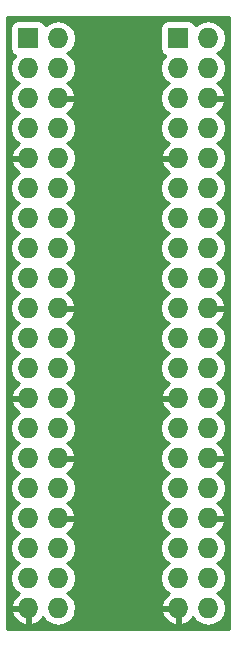
<source format=gbr>
G04 #@! TF.FileFunction,Copper,L1,Top,Signal*
%FSLAX46Y46*%
G04 Gerber Fmt 4.6, Leading zero omitted, Abs format (unit mm)*
G04 Created by KiCad (PCBNEW 4.0.2-stable) date 10/03/2016 10:29:03 PM*
%MOMM*%
G01*
G04 APERTURE LIST*
%ADD10C,0.100000*%
%ADD11R,1.727200X1.727200*%
%ADD12O,1.727200X1.727200*%
%ADD13C,0.254000*%
G04 APERTURE END LIST*
D10*
D11*
X121920000Y-81280000D03*
D12*
X124460000Y-81280000D03*
X121920000Y-83820000D03*
X124460000Y-83820000D03*
X121920000Y-86360000D03*
X124460000Y-86360000D03*
X121920000Y-88900000D03*
X124460000Y-88900000D03*
X121920000Y-91440000D03*
X124460000Y-91440000D03*
X121920000Y-93980000D03*
X124460000Y-93980000D03*
X121920000Y-96520000D03*
X124460000Y-96520000D03*
X121920000Y-99060000D03*
X124460000Y-99060000D03*
X121920000Y-101600000D03*
X124460000Y-101600000D03*
X121920000Y-104140000D03*
X124460000Y-104140000D03*
X121920000Y-106680000D03*
X124460000Y-106680000D03*
X121920000Y-109220000D03*
X124460000Y-109220000D03*
X121920000Y-111760000D03*
X124460000Y-111760000D03*
X121920000Y-114300000D03*
X124460000Y-114300000D03*
X121920000Y-116840000D03*
X124460000Y-116840000D03*
X121920000Y-119380000D03*
X124460000Y-119380000D03*
X121920000Y-121920000D03*
X124460000Y-121920000D03*
X121920000Y-124460000D03*
X124460000Y-124460000D03*
X121920000Y-127000000D03*
X124460000Y-127000000D03*
X121920000Y-129540000D03*
X124460000Y-129540000D03*
D11*
X134620000Y-81280000D03*
D12*
X137160000Y-81280000D03*
X134620000Y-83820000D03*
X137160000Y-83820000D03*
X134620000Y-86360000D03*
X137160000Y-86360000D03*
X134620000Y-88900000D03*
X137160000Y-88900000D03*
X134620000Y-91440000D03*
X137160000Y-91440000D03*
X134620000Y-93980000D03*
X137160000Y-93980000D03*
X134620000Y-96520000D03*
X137160000Y-96520000D03*
X134620000Y-99060000D03*
X137160000Y-99060000D03*
X134620000Y-101600000D03*
X137160000Y-101600000D03*
X134620000Y-104140000D03*
X137160000Y-104140000D03*
X134620000Y-106680000D03*
X137160000Y-106680000D03*
X134620000Y-109220000D03*
X137160000Y-109220000D03*
X134620000Y-111760000D03*
X137160000Y-111760000D03*
X134620000Y-114300000D03*
X137160000Y-114300000D03*
X134620000Y-116840000D03*
X137160000Y-116840000D03*
X134620000Y-119380000D03*
X137160000Y-119380000D03*
X134620000Y-121920000D03*
X137160000Y-121920000D03*
X134620000Y-124460000D03*
X137160000Y-124460000D03*
X134620000Y-127000000D03*
X137160000Y-127000000D03*
X134620000Y-129540000D03*
X137160000Y-129540000D03*
D13*
G36*
X138938000Y-131318000D02*
X120142000Y-131318000D01*
X120142000Y-129899026D01*
X120465042Y-129899026D01*
X120637312Y-130314947D01*
X121031510Y-130746821D01*
X121560973Y-130994968D01*
X121793000Y-130874469D01*
X121793000Y-129667000D01*
X120586183Y-129667000D01*
X120465042Y-129899026D01*
X120142000Y-129899026D01*
X120142000Y-83820000D01*
X120392041Y-83820000D01*
X120506115Y-84393489D01*
X120830971Y-84879670D01*
X121145752Y-85090000D01*
X120830971Y-85300330D01*
X120506115Y-85786511D01*
X120392041Y-86360000D01*
X120506115Y-86933489D01*
X120830971Y-87419670D01*
X121145752Y-87630000D01*
X120830971Y-87840330D01*
X120506115Y-88326511D01*
X120392041Y-88900000D01*
X120506115Y-89473489D01*
X120830971Y-89959670D01*
X121154228Y-90175664D01*
X121031510Y-90233179D01*
X120637312Y-90665053D01*
X120465042Y-91080974D01*
X120586183Y-91313000D01*
X121793000Y-91313000D01*
X121793000Y-91293000D01*
X122047000Y-91293000D01*
X122047000Y-91313000D01*
X122067000Y-91313000D01*
X122067000Y-91567000D01*
X122047000Y-91567000D01*
X122047000Y-91587000D01*
X121793000Y-91587000D01*
X121793000Y-91567000D01*
X120586183Y-91567000D01*
X120465042Y-91799026D01*
X120637312Y-92214947D01*
X121031510Y-92646821D01*
X121154228Y-92704336D01*
X120830971Y-92920330D01*
X120506115Y-93406511D01*
X120392041Y-93980000D01*
X120506115Y-94553489D01*
X120830971Y-95039670D01*
X121145752Y-95250000D01*
X120830971Y-95460330D01*
X120506115Y-95946511D01*
X120392041Y-96520000D01*
X120506115Y-97093489D01*
X120830971Y-97579670D01*
X121145752Y-97790000D01*
X120830971Y-98000330D01*
X120506115Y-98486511D01*
X120392041Y-99060000D01*
X120506115Y-99633489D01*
X120830971Y-100119670D01*
X121145752Y-100330000D01*
X120830971Y-100540330D01*
X120506115Y-101026511D01*
X120392041Y-101600000D01*
X120506115Y-102173489D01*
X120830971Y-102659670D01*
X121145752Y-102870000D01*
X120830971Y-103080330D01*
X120506115Y-103566511D01*
X120392041Y-104140000D01*
X120506115Y-104713489D01*
X120830971Y-105199670D01*
X121145752Y-105410000D01*
X120830971Y-105620330D01*
X120506115Y-106106511D01*
X120392041Y-106680000D01*
X120506115Y-107253489D01*
X120830971Y-107739670D01*
X121145752Y-107950000D01*
X120830971Y-108160330D01*
X120506115Y-108646511D01*
X120392041Y-109220000D01*
X120506115Y-109793489D01*
X120830971Y-110279670D01*
X121154228Y-110495664D01*
X121031510Y-110553179D01*
X120637312Y-110985053D01*
X120465042Y-111400974D01*
X120586183Y-111633000D01*
X121793000Y-111633000D01*
X121793000Y-111613000D01*
X122047000Y-111613000D01*
X122047000Y-111633000D01*
X122067000Y-111633000D01*
X122067000Y-111887000D01*
X122047000Y-111887000D01*
X122047000Y-111907000D01*
X121793000Y-111907000D01*
X121793000Y-111887000D01*
X120586183Y-111887000D01*
X120465042Y-112119026D01*
X120637312Y-112534947D01*
X121031510Y-112966821D01*
X121154228Y-113024336D01*
X120830971Y-113240330D01*
X120506115Y-113726511D01*
X120392041Y-114300000D01*
X120506115Y-114873489D01*
X120830971Y-115359670D01*
X121145752Y-115570000D01*
X120830971Y-115780330D01*
X120506115Y-116266511D01*
X120392041Y-116840000D01*
X120506115Y-117413489D01*
X120830971Y-117899670D01*
X121145752Y-118110000D01*
X120830971Y-118320330D01*
X120506115Y-118806511D01*
X120392041Y-119380000D01*
X120506115Y-119953489D01*
X120830971Y-120439670D01*
X121145752Y-120650000D01*
X120830971Y-120860330D01*
X120506115Y-121346511D01*
X120392041Y-121920000D01*
X120506115Y-122493489D01*
X120830971Y-122979670D01*
X121145752Y-123190000D01*
X120830971Y-123400330D01*
X120506115Y-123886511D01*
X120392041Y-124460000D01*
X120506115Y-125033489D01*
X120830971Y-125519670D01*
X121145752Y-125730000D01*
X120830971Y-125940330D01*
X120506115Y-126426511D01*
X120392041Y-127000000D01*
X120506115Y-127573489D01*
X120830971Y-128059670D01*
X121154228Y-128275664D01*
X121031510Y-128333179D01*
X120637312Y-128765053D01*
X120465042Y-129180974D01*
X120586183Y-129413000D01*
X121793000Y-129413000D01*
X121793000Y-129393000D01*
X122047000Y-129393000D01*
X122047000Y-129413000D01*
X122067000Y-129413000D01*
X122067000Y-129667000D01*
X122047000Y-129667000D01*
X122047000Y-130874469D01*
X122279027Y-130994968D01*
X122808490Y-130746821D01*
X123190008Y-130328839D01*
X123370971Y-130599670D01*
X123857152Y-130924526D01*
X124430641Y-131038600D01*
X124489359Y-131038600D01*
X125062848Y-130924526D01*
X125549029Y-130599670D01*
X125873885Y-130113489D01*
X125916544Y-129899026D01*
X133165042Y-129899026D01*
X133337312Y-130314947D01*
X133731510Y-130746821D01*
X134260973Y-130994968D01*
X134493000Y-130874469D01*
X134493000Y-129667000D01*
X133286183Y-129667000D01*
X133165042Y-129899026D01*
X125916544Y-129899026D01*
X125987959Y-129540000D01*
X125873885Y-128966511D01*
X125549029Y-128480330D01*
X125234248Y-128270000D01*
X125549029Y-128059670D01*
X125873885Y-127573489D01*
X125987959Y-127000000D01*
X125873885Y-126426511D01*
X125549029Y-125940330D01*
X125234248Y-125730000D01*
X125549029Y-125519670D01*
X125873885Y-125033489D01*
X125987959Y-124460000D01*
X125873885Y-123886511D01*
X125549029Y-123400330D01*
X125225772Y-123184336D01*
X125348490Y-123126821D01*
X125742688Y-122694947D01*
X125914958Y-122279026D01*
X125793817Y-122047000D01*
X124587000Y-122047000D01*
X124587000Y-122067000D01*
X124333000Y-122067000D01*
X124333000Y-122047000D01*
X124313000Y-122047000D01*
X124313000Y-121793000D01*
X124333000Y-121793000D01*
X124333000Y-121773000D01*
X124587000Y-121773000D01*
X124587000Y-121793000D01*
X125793817Y-121793000D01*
X125914958Y-121560974D01*
X125742688Y-121145053D01*
X125348490Y-120713179D01*
X125225772Y-120655664D01*
X125549029Y-120439670D01*
X125873885Y-119953489D01*
X125987959Y-119380000D01*
X125873885Y-118806511D01*
X125549029Y-118320330D01*
X125225772Y-118104336D01*
X125348490Y-118046821D01*
X125742688Y-117614947D01*
X125914958Y-117199026D01*
X125793817Y-116967000D01*
X124587000Y-116967000D01*
X124587000Y-116987000D01*
X124333000Y-116987000D01*
X124333000Y-116967000D01*
X124313000Y-116967000D01*
X124313000Y-116713000D01*
X124333000Y-116713000D01*
X124333000Y-116693000D01*
X124587000Y-116693000D01*
X124587000Y-116713000D01*
X125793817Y-116713000D01*
X125914958Y-116480974D01*
X125742688Y-116065053D01*
X125348490Y-115633179D01*
X125225772Y-115575664D01*
X125549029Y-115359670D01*
X125873885Y-114873489D01*
X125987959Y-114300000D01*
X125873885Y-113726511D01*
X125549029Y-113240330D01*
X125234248Y-113030000D01*
X125549029Y-112819670D01*
X125873885Y-112333489D01*
X125987959Y-111760000D01*
X125873885Y-111186511D01*
X125549029Y-110700330D01*
X125234248Y-110490000D01*
X125549029Y-110279670D01*
X125873885Y-109793489D01*
X125987959Y-109220000D01*
X125873885Y-108646511D01*
X125549029Y-108160330D01*
X125234248Y-107950000D01*
X125549029Y-107739670D01*
X125873885Y-107253489D01*
X125987959Y-106680000D01*
X125873885Y-106106511D01*
X125549029Y-105620330D01*
X125225772Y-105404336D01*
X125348490Y-105346821D01*
X125742688Y-104914947D01*
X125914958Y-104499026D01*
X125793817Y-104267000D01*
X124587000Y-104267000D01*
X124587000Y-104287000D01*
X124333000Y-104287000D01*
X124333000Y-104267000D01*
X124313000Y-104267000D01*
X124313000Y-104013000D01*
X124333000Y-104013000D01*
X124333000Y-103993000D01*
X124587000Y-103993000D01*
X124587000Y-104013000D01*
X125793817Y-104013000D01*
X125914958Y-103780974D01*
X125742688Y-103365053D01*
X125348490Y-102933179D01*
X125225772Y-102875664D01*
X125549029Y-102659670D01*
X125873885Y-102173489D01*
X125987959Y-101600000D01*
X125873885Y-101026511D01*
X125549029Y-100540330D01*
X125234248Y-100330000D01*
X125549029Y-100119670D01*
X125873885Y-99633489D01*
X125987959Y-99060000D01*
X125873885Y-98486511D01*
X125549029Y-98000330D01*
X125234248Y-97790000D01*
X125549029Y-97579670D01*
X125873885Y-97093489D01*
X125987959Y-96520000D01*
X125873885Y-95946511D01*
X125549029Y-95460330D01*
X125234248Y-95250000D01*
X125549029Y-95039670D01*
X125873885Y-94553489D01*
X125987959Y-93980000D01*
X125873885Y-93406511D01*
X125549029Y-92920330D01*
X125234248Y-92710000D01*
X125549029Y-92499670D01*
X125873885Y-92013489D01*
X125987959Y-91440000D01*
X125873885Y-90866511D01*
X125549029Y-90380330D01*
X125234248Y-90170000D01*
X125549029Y-89959670D01*
X125873885Y-89473489D01*
X125987959Y-88900000D01*
X125873885Y-88326511D01*
X125549029Y-87840330D01*
X125225772Y-87624336D01*
X125348490Y-87566821D01*
X125742688Y-87134947D01*
X125914958Y-86719026D01*
X125793817Y-86487000D01*
X124587000Y-86487000D01*
X124587000Y-86507000D01*
X124333000Y-86507000D01*
X124333000Y-86487000D01*
X124313000Y-86487000D01*
X124313000Y-86233000D01*
X124333000Y-86233000D01*
X124333000Y-86213000D01*
X124587000Y-86213000D01*
X124587000Y-86233000D01*
X125793817Y-86233000D01*
X125914958Y-86000974D01*
X125742688Y-85585053D01*
X125348490Y-85153179D01*
X125225772Y-85095664D01*
X125549029Y-84879670D01*
X125873885Y-84393489D01*
X125987959Y-83820000D01*
X133092041Y-83820000D01*
X133206115Y-84393489D01*
X133530971Y-84879670D01*
X133845752Y-85090000D01*
X133530971Y-85300330D01*
X133206115Y-85786511D01*
X133092041Y-86360000D01*
X133206115Y-86933489D01*
X133530971Y-87419670D01*
X133845752Y-87630000D01*
X133530971Y-87840330D01*
X133206115Y-88326511D01*
X133092041Y-88900000D01*
X133206115Y-89473489D01*
X133530971Y-89959670D01*
X133854228Y-90175664D01*
X133731510Y-90233179D01*
X133337312Y-90665053D01*
X133165042Y-91080974D01*
X133286183Y-91313000D01*
X134493000Y-91313000D01*
X134493000Y-91293000D01*
X134747000Y-91293000D01*
X134747000Y-91313000D01*
X134767000Y-91313000D01*
X134767000Y-91567000D01*
X134747000Y-91567000D01*
X134747000Y-91587000D01*
X134493000Y-91587000D01*
X134493000Y-91567000D01*
X133286183Y-91567000D01*
X133165042Y-91799026D01*
X133337312Y-92214947D01*
X133731510Y-92646821D01*
X133854228Y-92704336D01*
X133530971Y-92920330D01*
X133206115Y-93406511D01*
X133092041Y-93980000D01*
X133206115Y-94553489D01*
X133530971Y-95039670D01*
X133845752Y-95250000D01*
X133530971Y-95460330D01*
X133206115Y-95946511D01*
X133092041Y-96520000D01*
X133206115Y-97093489D01*
X133530971Y-97579670D01*
X133845752Y-97790000D01*
X133530971Y-98000330D01*
X133206115Y-98486511D01*
X133092041Y-99060000D01*
X133206115Y-99633489D01*
X133530971Y-100119670D01*
X133845752Y-100330000D01*
X133530971Y-100540330D01*
X133206115Y-101026511D01*
X133092041Y-101600000D01*
X133206115Y-102173489D01*
X133530971Y-102659670D01*
X133845752Y-102870000D01*
X133530971Y-103080330D01*
X133206115Y-103566511D01*
X133092041Y-104140000D01*
X133206115Y-104713489D01*
X133530971Y-105199670D01*
X133845752Y-105410000D01*
X133530971Y-105620330D01*
X133206115Y-106106511D01*
X133092041Y-106680000D01*
X133206115Y-107253489D01*
X133530971Y-107739670D01*
X133845752Y-107950000D01*
X133530971Y-108160330D01*
X133206115Y-108646511D01*
X133092041Y-109220000D01*
X133206115Y-109793489D01*
X133530971Y-110279670D01*
X133854228Y-110495664D01*
X133731510Y-110553179D01*
X133337312Y-110985053D01*
X133165042Y-111400974D01*
X133286183Y-111633000D01*
X134493000Y-111633000D01*
X134493000Y-111613000D01*
X134747000Y-111613000D01*
X134747000Y-111633000D01*
X134767000Y-111633000D01*
X134767000Y-111887000D01*
X134747000Y-111887000D01*
X134747000Y-111907000D01*
X134493000Y-111907000D01*
X134493000Y-111887000D01*
X133286183Y-111887000D01*
X133165042Y-112119026D01*
X133337312Y-112534947D01*
X133731510Y-112966821D01*
X133854228Y-113024336D01*
X133530971Y-113240330D01*
X133206115Y-113726511D01*
X133092041Y-114300000D01*
X133206115Y-114873489D01*
X133530971Y-115359670D01*
X133845752Y-115570000D01*
X133530971Y-115780330D01*
X133206115Y-116266511D01*
X133092041Y-116840000D01*
X133206115Y-117413489D01*
X133530971Y-117899670D01*
X133845752Y-118110000D01*
X133530971Y-118320330D01*
X133206115Y-118806511D01*
X133092041Y-119380000D01*
X133206115Y-119953489D01*
X133530971Y-120439670D01*
X133845752Y-120650000D01*
X133530971Y-120860330D01*
X133206115Y-121346511D01*
X133092041Y-121920000D01*
X133206115Y-122493489D01*
X133530971Y-122979670D01*
X133845752Y-123190000D01*
X133530971Y-123400330D01*
X133206115Y-123886511D01*
X133092041Y-124460000D01*
X133206115Y-125033489D01*
X133530971Y-125519670D01*
X133845752Y-125730000D01*
X133530971Y-125940330D01*
X133206115Y-126426511D01*
X133092041Y-127000000D01*
X133206115Y-127573489D01*
X133530971Y-128059670D01*
X133854228Y-128275664D01*
X133731510Y-128333179D01*
X133337312Y-128765053D01*
X133165042Y-129180974D01*
X133286183Y-129413000D01*
X134493000Y-129413000D01*
X134493000Y-129393000D01*
X134747000Y-129393000D01*
X134747000Y-129413000D01*
X134767000Y-129413000D01*
X134767000Y-129667000D01*
X134747000Y-129667000D01*
X134747000Y-130874469D01*
X134979027Y-130994968D01*
X135508490Y-130746821D01*
X135890008Y-130328839D01*
X136070971Y-130599670D01*
X136557152Y-130924526D01*
X137130641Y-131038600D01*
X137189359Y-131038600D01*
X137762848Y-130924526D01*
X138249029Y-130599670D01*
X138573885Y-130113489D01*
X138687959Y-129540000D01*
X138573885Y-128966511D01*
X138249029Y-128480330D01*
X137934248Y-128270000D01*
X138249029Y-128059670D01*
X138573885Y-127573489D01*
X138687959Y-127000000D01*
X138573885Y-126426511D01*
X138249029Y-125940330D01*
X137934248Y-125730000D01*
X138249029Y-125519670D01*
X138573885Y-125033489D01*
X138687959Y-124460000D01*
X138573885Y-123886511D01*
X138249029Y-123400330D01*
X137925772Y-123184336D01*
X138048490Y-123126821D01*
X138442688Y-122694947D01*
X138614958Y-122279026D01*
X138493817Y-122047000D01*
X137287000Y-122047000D01*
X137287000Y-122067000D01*
X137033000Y-122067000D01*
X137033000Y-122047000D01*
X137013000Y-122047000D01*
X137013000Y-121793000D01*
X137033000Y-121793000D01*
X137033000Y-121773000D01*
X137287000Y-121773000D01*
X137287000Y-121793000D01*
X138493817Y-121793000D01*
X138614958Y-121560974D01*
X138442688Y-121145053D01*
X138048490Y-120713179D01*
X137925772Y-120655664D01*
X138249029Y-120439670D01*
X138573885Y-119953489D01*
X138687959Y-119380000D01*
X138573885Y-118806511D01*
X138249029Y-118320330D01*
X137925772Y-118104336D01*
X138048490Y-118046821D01*
X138442688Y-117614947D01*
X138614958Y-117199026D01*
X138493817Y-116967000D01*
X137287000Y-116967000D01*
X137287000Y-116987000D01*
X137033000Y-116987000D01*
X137033000Y-116967000D01*
X137013000Y-116967000D01*
X137013000Y-116713000D01*
X137033000Y-116713000D01*
X137033000Y-116693000D01*
X137287000Y-116693000D01*
X137287000Y-116713000D01*
X138493817Y-116713000D01*
X138614958Y-116480974D01*
X138442688Y-116065053D01*
X138048490Y-115633179D01*
X137925772Y-115575664D01*
X138249029Y-115359670D01*
X138573885Y-114873489D01*
X138687959Y-114300000D01*
X138573885Y-113726511D01*
X138249029Y-113240330D01*
X137934248Y-113030000D01*
X138249029Y-112819670D01*
X138573885Y-112333489D01*
X138687959Y-111760000D01*
X138573885Y-111186511D01*
X138249029Y-110700330D01*
X137934248Y-110490000D01*
X138249029Y-110279670D01*
X138573885Y-109793489D01*
X138687959Y-109220000D01*
X138573885Y-108646511D01*
X138249029Y-108160330D01*
X137934248Y-107950000D01*
X138249029Y-107739670D01*
X138573885Y-107253489D01*
X138687959Y-106680000D01*
X138573885Y-106106511D01*
X138249029Y-105620330D01*
X137925772Y-105404336D01*
X138048490Y-105346821D01*
X138442688Y-104914947D01*
X138614958Y-104499026D01*
X138493817Y-104267000D01*
X137287000Y-104267000D01*
X137287000Y-104287000D01*
X137033000Y-104287000D01*
X137033000Y-104267000D01*
X137013000Y-104267000D01*
X137013000Y-104013000D01*
X137033000Y-104013000D01*
X137033000Y-103993000D01*
X137287000Y-103993000D01*
X137287000Y-104013000D01*
X138493817Y-104013000D01*
X138614958Y-103780974D01*
X138442688Y-103365053D01*
X138048490Y-102933179D01*
X137925772Y-102875664D01*
X138249029Y-102659670D01*
X138573885Y-102173489D01*
X138687959Y-101600000D01*
X138573885Y-101026511D01*
X138249029Y-100540330D01*
X137934248Y-100330000D01*
X138249029Y-100119670D01*
X138573885Y-99633489D01*
X138687959Y-99060000D01*
X138573885Y-98486511D01*
X138249029Y-98000330D01*
X137934248Y-97790000D01*
X138249029Y-97579670D01*
X138573885Y-97093489D01*
X138687959Y-96520000D01*
X138573885Y-95946511D01*
X138249029Y-95460330D01*
X137934248Y-95250000D01*
X138249029Y-95039670D01*
X138573885Y-94553489D01*
X138687959Y-93980000D01*
X138573885Y-93406511D01*
X138249029Y-92920330D01*
X137934248Y-92710000D01*
X138249029Y-92499670D01*
X138573885Y-92013489D01*
X138687959Y-91440000D01*
X138573885Y-90866511D01*
X138249029Y-90380330D01*
X137934248Y-90170000D01*
X138249029Y-89959670D01*
X138573885Y-89473489D01*
X138687959Y-88900000D01*
X138573885Y-88326511D01*
X138249029Y-87840330D01*
X137925772Y-87624336D01*
X138048490Y-87566821D01*
X138442688Y-87134947D01*
X138614958Y-86719026D01*
X138493817Y-86487000D01*
X137287000Y-86487000D01*
X137287000Y-86507000D01*
X137033000Y-86507000D01*
X137033000Y-86487000D01*
X137013000Y-86487000D01*
X137013000Y-86233000D01*
X137033000Y-86233000D01*
X137033000Y-86213000D01*
X137287000Y-86213000D01*
X137287000Y-86233000D01*
X138493817Y-86233000D01*
X138614958Y-86000974D01*
X138442688Y-85585053D01*
X138048490Y-85153179D01*
X137925772Y-85095664D01*
X138249029Y-84879670D01*
X138573885Y-84393489D01*
X138687959Y-83820000D01*
X138573885Y-83246511D01*
X138249029Y-82760330D01*
X137934248Y-82550000D01*
X138249029Y-82339670D01*
X138573885Y-81853489D01*
X138687959Y-81280000D01*
X138573885Y-80706511D01*
X138249029Y-80220330D01*
X137762848Y-79895474D01*
X137189359Y-79781400D01*
X137130641Y-79781400D01*
X136557152Y-79895474D01*
X136091558Y-80206574D01*
X136086762Y-80181083D01*
X135947690Y-79964959D01*
X135735490Y-79819969D01*
X135483600Y-79768960D01*
X133756400Y-79768960D01*
X133521083Y-79813238D01*
X133304959Y-79952310D01*
X133159969Y-80164510D01*
X133108960Y-80416400D01*
X133108960Y-82143600D01*
X133153238Y-82378917D01*
X133292310Y-82595041D01*
X133504510Y-82740031D01*
X133548131Y-82748864D01*
X133530971Y-82760330D01*
X133206115Y-83246511D01*
X133092041Y-83820000D01*
X125987959Y-83820000D01*
X125873885Y-83246511D01*
X125549029Y-82760330D01*
X125234248Y-82550000D01*
X125549029Y-82339670D01*
X125873885Y-81853489D01*
X125987959Y-81280000D01*
X125873885Y-80706511D01*
X125549029Y-80220330D01*
X125062848Y-79895474D01*
X124489359Y-79781400D01*
X124430641Y-79781400D01*
X123857152Y-79895474D01*
X123391558Y-80206574D01*
X123386762Y-80181083D01*
X123247690Y-79964959D01*
X123035490Y-79819969D01*
X122783600Y-79768960D01*
X121056400Y-79768960D01*
X120821083Y-79813238D01*
X120604959Y-79952310D01*
X120459969Y-80164510D01*
X120408960Y-80416400D01*
X120408960Y-82143600D01*
X120453238Y-82378917D01*
X120592310Y-82595041D01*
X120804510Y-82740031D01*
X120848131Y-82748864D01*
X120830971Y-82760330D01*
X120506115Y-83246511D01*
X120392041Y-83820000D01*
X120142000Y-83820000D01*
X120142000Y-79502000D01*
X138938000Y-79502000D01*
X138938000Y-131318000D01*
X138938000Y-131318000D01*
G37*
X138938000Y-131318000D02*
X120142000Y-131318000D01*
X120142000Y-129899026D01*
X120465042Y-129899026D01*
X120637312Y-130314947D01*
X121031510Y-130746821D01*
X121560973Y-130994968D01*
X121793000Y-130874469D01*
X121793000Y-129667000D01*
X120586183Y-129667000D01*
X120465042Y-129899026D01*
X120142000Y-129899026D01*
X120142000Y-83820000D01*
X120392041Y-83820000D01*
X120506115Y-84393489D01*
X120830971Y-84879670D01*
X121145752Y-85090000D01*
X120830971Y-85300330D01*
X120506115Y-85786511D01*
X120392041Y-86360000D01*
X120506115Y-86933489D01*
X120830971Y-87419670D01*
X121145752Y-87630000D01*
X120830971Y-87840330D01*
X120506115Y-88326511D01*
X120392041Y-88900000D01*
X120506115Y-89473489D01*
X120830971Y-89959670D01*
X121154228Y-90175664D01*
X121031510Y-90233179D01*
X120637312Y-90665053D01*
X120465042Y-91080974D01*
X120586183Y-91313000D01*
X121793000Y-91313000D01*
X121793000Y-91293000D01*
X122047000Y-91293000D01*
X122047000Y-91313000D01*
X122067000Y-91313000D01*
X122067000Y-91567000D01*
X122047000Y-91567000D01*
X122047000Y-91587000D01*
X121793000Y-91587000D01*
X121793000Y-91567000D01*
X120586183Y-91567000D01*
X120465042Y-91799026D01*
X120637312Y-92214947D01*
X121031510Y-92646821D01*
X121154228Y-92704336D01*
X120830971Y-92920330D01*
X120506115Y-93406511D01*
X120392041Y-93980000D01*
X120506115Y-94553489D01*
X120830971Y-95039670D01*
X121145752Y-95250000D01*
X120830971Y-95460330D01*
X120506115Y-95946511D01*
X120392041Y-96520000D01*
X120506115Y-97093489D01*
X120830971Y-97579670D01*
X121145752Y-97790000D01*
X120830971Y-98000330D01*
X120506115Y-98486511D01*
X120392041Y-99060000D01*
X120506115Y-99633489D01*
X120830971Y-100119670D01*
X121145752Y-100330000D01*
X120830971Y-100540330D01*
X120506115Y-101026511D01*
X120392041Y-101600000D01*
X120506115Y-102173489D01*
X120830971Y-102659670D01*
X121145752Y-102870000D01*
X120830971Y-103080330D01*
X120506115Y-103566511D01*
X120392041Y-104140000D01*
X120506115Y-104713489D01*
X120830971Y-105199670D01*
X121145752Y-105410000D01*
X120830971Y-105620330D01*
X120506115Y-106106511D01*
X120392041Y-106680000D01*
X120506115Y-107253489D01*
X120830971Y-107739670D01*
X121145752Y-107950000D01*
X120830971Y-108160330D01*
X120506115Y-108646511D01*
X120392041Y-109220000D01*
X120506115Y-109793489D01*
X120830971Y-110279670D01*
X121154228Y-110495664D01*
X121031510Y-110553179D01*
X120637312Y-110985053D01*
X120465042Y-111400974D01*
X120586183Y-111633000D01*
X121793000Y-111633000D01*
X121793000Y-111613000D01*
X122047000Y-111613000D01*
X122047000Y-111633000D01*
X122067000Y-111633000D01*
X122067000Y-111887000D01*
X122047000Y-111887000D01*
X122047000Y-111907000D01*
X121793000Y-111907000D01*
X121793000Y-111887000D01*
X120586183Y-111887000D01*
X120465042Y-112119026D01*
X120637312Y-112534947D01*
X121031510Y-112966821D01*
X121154228Y-113024336D01*
X120830971Y-113240330D01*
X120506115Y-113726511D01*
X120392041Y-114300000D01*
X120506115Y-114873489D01*
X120830971Y-115359670D01*
X121145752Y-115570000D01*
X120830971Y-115780330D01*
X120506115Y-116266511D01*
X120392041Y-116840000D01*
X120506115Y-117413489D01*
X120830971Y-117899670D01*
X121145752Y-118110000D01*
X120830971Y-118320330D01*
X120506115Y-118806511D01*
X120392041Y-119380000D01*
X120506115Y-119953489D01*
X120830971Y-120439670D01*
X121145752Y-120650000D01*
X120830971Y-120860330D01*
X120506115Y-121346511D01*
X120392041Y-121920000D01*
X120506115Y-122493489D01*
X120830971Y-122979670D01*
X121145752Y-123190000D01*
X120830971Y-123400330D01*
X120506115Y-123886511D01*
X120392041Y-124460000D01*
X120506115Y-125033489D01*
X120830971Y-125519670D01*
X121145752Y-125730000D01*
X120830971Y-125940330D01*
X120506115Y-126426511D01*
X120392041Y-127000000D01*
X120506115Y-127573489D01*
X120830971Y-128059670D01*
X121154228Y-128275664D01*
X121031510Y-128333179D01*
X120637312Y-128765053D01*
X120465042Y-129180974D01*
X120586183Y-129413000D01*
X121793000Y-129413000D01*
X121793000Y-129393000D01*
X122047000Y-129393000D01*
X122047000Y-129413000D01*
X122067000Y-129413000D01*
X122067000Y-129667000D01*
X122047000Y-129667000D01*
X122047000Y-130874469D01*
X122279027Y-130994968D01*
X122808490Y-130746821D01*
X123190008Y-130328839D01*
X123370971Y-130599670D01*
X123857152Y-130924526D01*
X124430641Y-131038600D01*
X124489359Y-131038600D01*
X125062848Y-130924526D01*
X125549029Y-130599670D01*
X125873885Y-130113489D01*
X125916544Y-129899026D01*
X133165042Y-129899026D01*
X133337312Y-130314947D01*
X133731510Y-130746821D01*
X134260973Y-130994968D01*
X134493000Y-130874469D01*
X134493000Y-129667000D01*
X133286183Y-129667000D01*
X133165042Y-129899026D01*
X125916544Y-129899026D01*
X125987959Y-129540000D01*
X125873885Y-128966511D01*
X125549029Y-128480330D01*
X125234248Y-128270000D01*
X125549029Y-128059670D01*
X125873885Y-127573489D01*
X125987959Y-127000000D01*
X125873885Y-126426511D01*
X125549029Y-125940330D01*
X125234248Y-125730000D01*
X125549029Y-125519670D01*
X125873885Y-125033489D01*
X125987959Y-124460000D01*
X125873885Y-123886511D01*
X125549029Y-123400330D01*
X125225772Y-123184336D01*
X125348490Y-123126821D01*
X125742688Y-122694947D01*
X125914958Y-122279026D01*
X125793817Y-122047000D01*
X124587000Y-122047000D01*
X124587000Y-122067000D01*
X124333000Y-122067000D01*
X124333000Y-122047000D01*
X124313000Y-122047000D01*
X124313000Y-121793000D01*
X124333000Y-121793000D01*
X124333000Y-121773000D01*
X124587000Y-121773000D01*
X124587000Y-121793000D01*
X125793817Y-121793000D01*
X125914958Y-121560974D01*
X125742688Y-121145053D01*
X125348490Y-120713179D01*
X125225772Y-120655664D01*
X125549029Y-120439670D01*
X125873885Y-119953489D01*
X125987959Y-119380000D01*
X125873885Y-118806511D01*
X125549029Y-118320330D01*
X125225772Y-118104336D01*
X125348490Y-118046821D01*
X125742688Y-117614947D01*
X125914958Y-117199026D01*
X125793817Y-116967000D01*
X124587000Y-116967000D01*
X124587000Y-116987000D01*
X124333000Y-116987000D01*
X124333000Y-116967000D01*
X124313000Y-116967000D01*
X124313000Y-116713000D01*
X124333000Y-116713000D01*
X124333000Y-116693000D01*
X124587000Y-116693000D01*
X124587000Y-116713000D01*
X125793817Y-116713000D01*
X125914958Y-116480974D01*
X125742688Y-116065053D01*
X125348490Y-115633179D01*
X125225772Y-115575664D01*
X125549029Y-115359670D01*
X125873885Y-114873489D01*
X125987959Y-114300000D01*
X125873885Y-113726511D01*
X125549029Y-113240330D01*
X125234248Y-113030000D01*
X125549029Y-112819670D01*
X125873885Y-112333489D01*
X125987959Y-111760000D01*
X125873885Y-111186511D01*
X125549029Y-110700330D01*
X125234248Y-110490000D01*
X125549029Y-110279670D01*
X125873885Y-109793489D01*
X125987959Y-109220000D01*
X125873885Y-108646511D01*
X125549029Y-108160330D01*
X125234248Y-107950000D01*
X125549029Y-107739670D01*
X125873885Y-107253489D01*
X125987959Y-106680000D01*
X125873885Y-106106511D01*
X125549029Y-105620330D01*
X125225772Y-105404336D01*
X125348490Y-105346821D01*
X125742688Y-104914947D01*
X125914958Y-104499026D01*
X125793817Y-104267000D01*
X124587000Y-104267000D01*
X124587000Y-104287000D01*
X124333000Y-104287000D01*
X124333000Y-104267000D01*
X124313000Y-104267000D01*
X124313000Y-104013000D01*
X124333000Y-104013000D01*
X124333000Y-103993000D01*
X124587000Y-103993000D01*
X124587000Y-104013000D01*
X125793817Y-104013000D01*
X125914958Y-103780974D01*
X125742688Y-103365053D01*
X125348490Y-102933179D01*
X125225772Y-102875664D01*
X125549029Y-102659670D01*
X125873885Y-102173489D01*
X125987959Y-101600000D01*
X125873885Y-101026511D01*
X125549029Y-100540330D01*
X125234248Y-100330000D01*
X125549029Y-100119670D01*
X125873885Y-99633489D01*
X125987959Y-99060000D01*
X125873885Y-98486511D01*
X125549029Y-98000330D01*
X125234248Y-97790000D01*
X125549029Y-97579670D01*
X125873885Y-97093489D01*
X125987959Y-96520000D01*
X125873885Y-95946511D01*
X125549029Y-95460330D01*
X125234248Y-95250000D01*
X125549029Y-95039670D01*
X125873885Y-94553489D01*
X125987959Y-93980000D01*
X125873885Y-93406511D01*
X125549029Y-92920330D01*
X125234248Y-92710000D01*
X125549029Y-92499670D01*
X125873885Y-92013489D01*
X125987959Y-91440000D01*
X125873885Y-90866511D01*
X125549029Y-90380330D01*
X125234248Y-90170000D01*
X125549029Y-89959670D01*
X125873885Y-89473489D01*
X125987959Y-88900000D01*
X125873885Y-88326511D01*
X125549029Y-87840330D01*
X125225772Y-87624336D01*
X125348490Y-87566821D01*
X125742688Y-87134947D01*
X125914958Y-86719026D01*
X125793817Y-86487000D01*
X124587000Y-86487000D01*
X124587000Y-86507000D01*
X124333000Y-86507000D01*
X124333000Y-86487000D01*
X124313000Y-86487000D01*
X124313000Y-86233000D01*
X124333000Y-86233000D01*
X124333000Y-86213000D01*
X124587000Y-86213000D01*
X124587000Y-86233000D01*
X125793817Y-86233000D01*
X125914958Y-86000974D01*
X125742688Y-85585053D01*
X125348490Y-85153179D01*
X125225772Y-85095664D01*
X125549029Y-84879670D01*
X125873885Y-84393489D01*
X125987959Y-83820000D01*
X133092041Y-83820000D01*
X133206115Y-84393489D01*
X133530971Y-84879670D01*
X133845752Y-85090000D01*
X133530971Y-85300330D01*
X133206115Y-85786511D01*
X133092041Y-86360000D01*
X133206115Y-86933489D01*
X133530971Y-87419670D01*
X133845752Y-87630000D01*
X133530971Y-87840330D01*
X133206115Y-88326511D01*
X133092041Y-88900000D01*
X133206115Y-89473489D01*
X133530971Y-89959670D01*
X133854228Y-90175664D01*
X133731510Y-90233179D01*
X133337312Y-90665053D01*
X133165042Y-91080974D01*
X133286183Y-91313000D01*
X134493000Y-91313000D01*
X134493000Y-91293000D01*
X134747000Y-91293000D01*
X134747000Y-91313000D01*
X134767000Y-91313000D01*
X134767000Y-91567000D01*
X134747000Y-91567000D01*
X134747000Y-91587000D01*
X134493000Y-91587000D01*
X134493000Y-91567000D01*
X133286183Y-91567000D01*
X133165042Y-91799026D01*
X133337312Y-92214947D01*
X133731510Y-92646821D01*
X133854228Y-92704336D01*
X133530971Y-92920330D01*
X133206115Y-93406511D01*
X133092041Y-93980000D01*
X133206115Y-94553489D01*
X133530971Y-95039670D01*
X133845752Y-95250000D01*
X133530971Y-95460330D01*
X133206115Y-95946511D01*
X133092041Y-96520000D01*
X133206115Y-97093489D01*
X133530971Y-97579670D01*
X133845752Y-97790000D01*
X133530971Y-98000330D01*
X133206115Y-98486511D01*
X133092041Y-99060000D01*
X133206115Y-99633489D01*
X133530971Y-100119670D01*
X133845752Y-100330000D01*
X133530971Y-100540330D01*
X133206115Y-101026511D01*
X133092041Y-101600000D01*
X133206115Y-102173489D01*
X133530971Y-102659670D01*
X133845752Y-102870000D01*
X133530971Y-103080330D01*
X133206115Y-103566511D01*
X133092041Y-104140000D01*
X133206115Y-104713489D01*
X133530971Y-105199670D01*
X133845752Y-105410000D01*
X133530971Y-105620330D01*
X133206115Y-106106511D01*
X133092041Y-106680000D01*
X133206115Y-107253489D01*
X133530971Y-107739670D01*
X133845752Y-107950000D01*
X133530971Y-108160330D01*
X133206115Y-108646511D01*
X133092041Y-109220000D01*
X133206115Y-109793489D01*
X133530971Y-110279670D01*
X133854228Y-110495664D01*
X133731510Y-110553179D01*
X133337312Y-110985053D01*
X133165042Y-111400974D01*
X133286183Y-111633000D01*
X134493000Y-111633000D01*
X134493000Y-111613000D01*
X134747000Y-111613000D01*
X134747000Y-111633000D01*
X134767000Y-111633000D01*
X134767000Y-111887000D01*
X134747000Y-111887000D01*
X134747000Y-111907000D01*
X134493000Y-111907000D01*
X134493000Y-111887000D01*
X133286183Y-111887000D01*
X133165042Y-112119026D01*
X133337312Y-112534947D01*
X133731510Y-112966821D01*
X133854228Y-113024336D01*
X133530971Y-113240330D01*
X133206115Y-113726511D01*
X133092041Y-114300000D01*
X133206115Y-114873489D01*
X133530971Y-115359670D01*
X133845752Y-115570000D01*
X133530971Y-115780330D01*
X133206115Y-116266511D01*
X133092041Y-116840000D01*
X133206115Y-117413489D01*
X133530971Y-117899670D01*
X133845752Y-118110000D01*
X133530971Y-118320330D01*
X133206115Y-118806511D01*
X133092041Y-119380000D01*
X133206115Y-119953489D01*
X133530971Y-120439670D01*
X133845752Y-120650000D01*
X133530971Y-120860330D01*
X133206115Y-121346511D01*
X133092041Y-121920000D01*
X133206115Y-122493489D01*
X133530971Y-122979670D01*
X133845752Y-123190000D01*
X133530971Y-123400330D01*
X133206115Y-123886511D01*
X133092041Y-124460000D01*
X133206115Y-125033489D01*
X133530971Y-125519670D01*
X133845752Y-125730000D01*
X133530971Y-125940330D01*
X133206115Y-126426511D01*
X133092041Y-127000000D01*
X133206115Y-127573489D01*
X133530971Y-128059670D01*
X133854228Y-128275664D01*
X133731510Y-128333179D01*
X133337312Y-128765053D01*
X133165042Y-129180974D01*
X133286183Y-129413000D01*
X134493000Y-129413000D01*
X134493000Y-129393000D01*
X134747000Y-129393000D01*
X134747000Y-129413000D01*
X134767000Y-129413000D01*
X134767000Y-129667000D01*
X134747000Y-129667000D01*
X134747000Y-130874469D01*
X134979027Y-130994968D01*
X135508490Y-130746821D01*
X135890008Y-130328839D01*
X136070971Y-130599670D01*
X136557152Y-130924526D01*
X137130641Y-131038600D01*
X137189359Y-131038600D01*
X137762848Y-130924526D01*
X138249029Y-130599670D01*
X138573885Y-130113489D01*
X138687959Y-129540000D01*
X138573885Y-128966511D01*
X138249029Y-128480330D01*
X137934248Y-128270000D01*
X138249029Y-128059670D01*
X138573885Y-127573489D01*
X138687959Y-127000000D01*
X138573885Y-126426511D01*
X138249029Y-125940330D01*
X137934248Y-125730000D01*
X138249029Y-125519670D01*
X138573885Y-125033489D01*
X138687959Y-124460000D01*
X138573885Y-123886511D01*
X138249029Y-123400330D01*
X137925772Y-123184336D01*
X138048490Y-123126821D01*
X138442688Y-122694947D01*
X138614958Y-122279026D01*
X138493817Y-122047000D01*
X137287000Y-122047000D01*
X137287000Y-122067000D01*
X137033000Y-122067000D01*
X137033000Y-122047000D01*
X137013000Y-122047000D01*
X137013000Y-121793000D01*
X137033000Y-121793000D01*
X137033000Y-121773000D01*
X137287000Y-121773000D01*
X137287000Y-121793000D01*
X138493817Y-121793000D01*
X138614958Y-121560974D01*
X138442688Y-121145053D01*
X138048490Y-120713179D01*
X137925772Y-120655664D01*
X138249029Y-120439670D01*
X138573885Y-119953489D01*
X138687959Y-119380000D01*
X138573885Y-118806511D01*
X138249029Y-118320330D01*
X137925772Y-118104336D01*
X138048490Y-118046821D01*
X138442688Y-117614947D01*
X138614958Y-117199026D01*
X138493817Y-116967000D01*
X137287000Y-116967000D01*
X137287000Y-116987000D01*
X137033000Y-116987000D01*
X137033000Y-116967000D01*
X137013000Y-116967000D01*
X137013000Y-116713000D01*
X137033000Y-116713000D01*
X137033000Y-116693000D01*
X137287000Y-116693000D01*
X137287000Y-116713000D01*
X138493817Y-116713000D01*
X138614958Y-116480974D01*
X138442688Y-116065053D01*
X138048490Y-115633179D01*
X137925772Y-115575664D01*
X138249029Y-115359670D01*
X138573885Y-114873489D01*
X138687959Y-114300000D01*
X138573885Y-113726511D01*
X138249029Y-113240330D01*
X137934248Y-113030000D01*
X138249029Y-112819670D01*
X138573885Y-112333489D01*
X138687959Y-111760000D01*
X138573885Y-111186511D01*
X138249029Y-110700330D01*
X137934248Y-110490000D01*
X138249029Y-110279670D01*
X138573885Y-109793489D01*
X138687959Y-109220000D01*
X138573885Y-108646511D01*
X138249029Y-108160330D01*
X137934248Y-107950000D01*
X138249029Y-107739670D01*
X138573885Y-107253489D01*
X138687959Y-106680000D01*
X138573885Y-106106511D01*
X138249029Y-105620330D01*
X137925772Y-105404336D01*
X138048490Y-105346821D01*
X138442688Y-104914947D01*
X138614958Y-104499026D01*
X138493817Y-104267000D01*
X137287000Y-104267000D01*
X137287000Y-104287000D01*
X137033000Y-104287000D01*
X137033000Y-104267000D01*
X137013000Y-104267000D01*
X137013000Y-104013000D01*
X137033000Y-104013000D01*
X137033000Y-103993000D01*
X137287000Y-103993000D01*
X137287000Y-104013000D01*
X138493817Y-104013000D01*
X138614958Y-103780974D01*
X138442688Y-103365053D01*
X138048490Y-102933179D01*
X137925772Y-102875664D01*
X138249029Y-102659670D01*
X138573885Y-102173489D01*
X138687959Y-101600000D01*
X138573885Y-101026511D01*
X138249029Y-100540330D01*
X137934248Y-100330000D01*
X138249029Y-100119670D01*
X138573885Y-99633489D01*
X138687959Y-99060000D01*
X138573885Y-98486511D01*
X138249029Y-98000330D01*
X137934248Y-97790000D01*
X138249029Y-97579670D01*
X138573885Y-97093489D01*
X138687959Y-96520000D01*
X138573885Y-95946511D01*
X138249029Y-95460330D01*
X137934248Y-95250000D01*
X138249029Y-95039670D01*
X138573885Y-94553489D01*
X138687959Y-93980000D01*
X138573885Y-93406511D01*
X138249029Y-92920330D01*
X137934248Y-92710000D01*
X138249029Y-92499670D01*
X138573885Y-92013489D01*
X138687959Y-91440000D01*
X138573885Y-90866511D01*
X138249029Y-90380330D01*
X137934248Y-90170000D01*
X138249029Y-89959670D01*
X138573885Y-89473489D01*
X138687959Y-88900000D01*
X138573885Y-88326511D01*
X138249029Y-87840330D01*
X137925772Y-87624336D01*
X138048490Y-87566821D01*
X138442688Y-87134947D01*
X138614958Y-86719026D01*
X138493817Y-86487000D01*
X137287000Y-86487000D01*
X137287000Y-86507000D01*
X137033000Y-86507000D01*
X137033000Y-86487000D01*
X137013000Y-86487000D01*
X137013000Y-86233000D01*
X137033000Y-86233000D01*
X137033000Y-86213000D01*
X137287000Y-86213000D01*
X137287000Y-86233000D01*
X138493817Y-86233000D01*
X138614958Y-86000974D01*
X138442688Y-85585053D01*
X138048490Y-85153179D01*
X137925772Y-85095664D01*
X138249029Y-84879670D01*
X138573885Y-84393489D01*
X138687959Y-83820000D01*
X138573885Y-83246511D01*
X138249029Y-82760330D01*
X137934248Y-82550000D01*
X138249029Y-82339670D01*
X138573885Y-81853489D01*
X138687959Y-81280000D01*
X138573885Y-80706511D01*
X138249029Y-80220330D01*
X137762848Y-79895474D01*
X137189359Y-79781400D01*
X137130641Y-79781400D01*
X136557152Y-79895474D01*
X136091558Y-80206574D01*
X136086762Y-80181083D01*
X135947690Y-79964959D01*
X135735490Y-79819969D01*
X135483600Y-79768960D01*
X133756400Y-79768960D01*
X133521083Y-79813238D01*
X133304959Y-79952310D01*
X133159969Y-80164510D01*
X133108960Y-80416400D01*
X133108960Y-82143600D01*
X133153238Y-82378917D01*
X133292310Y-82595041D01*
X133504510Y-82740031D01*
X133548131Y-82748864D01*
X133530971Y-82760330D01*
X133206115Y-83246511D01*
X133092041Y-83820000D01*
X125987959Y-83820000D01*
X125873885Y-83246511D01*
X125549029Y-82760330D01*
X125234248Y-82550000D01*
X125549029Y-82339670D01*
X125873885Y-81853489D01*
X125987959Y-81280000D01*
X125873885Y-80706511D01*
X125549029Y-80220330D01*
X125062848Y-79895474D01*
X124489359Y-79781400D01*
X124430641Y-79781400D01*
X123857152Y-79895474D01*
X123391558Y-80206574D01*
X123386762Y-80181083D01*
X123247690Y-79964959D01*
X123035490Y-79819969D01*
X122783600Y-79768960D01*
X121056400Y-79768960D01*
X120821083Y-79813238D01*
X120604959Y-79952310D01*
X120459969Y-80164510D01*
X120408960Y-80416400D01*
X120408960Y-82143600D01*
X120453238Y-82378917D01*
X120592310Y-82595041D01*
X120804510Y-82740031D01*
X120848131Y-82748864D01*
X120830971Y-82760330D01*
X120506115Y-83246511D01*
X120392041Y-83820000D01*
X120142000Y-83820000D01*
X120142000Y-79502000D01*
X138938000Y-79502000D01*
X138938000Y-131318000D01*
M02*

</source>
